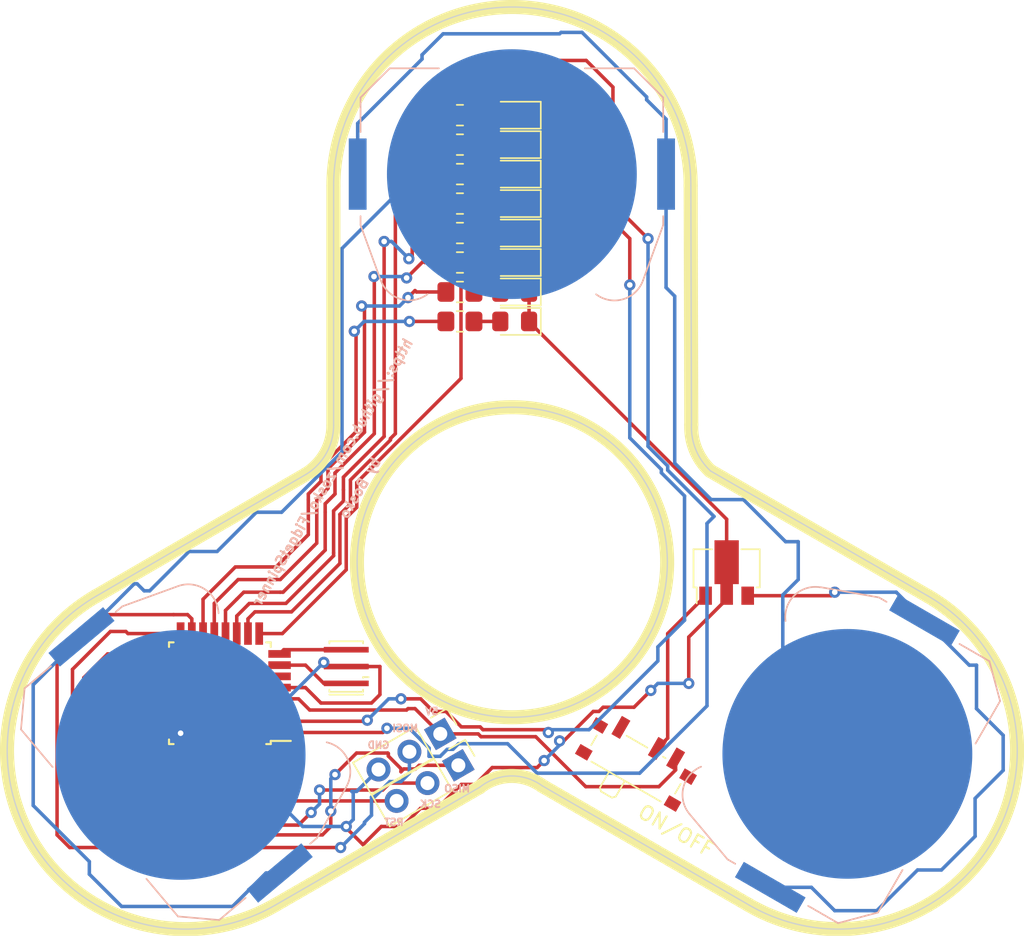
<source format=kicad_pcb>
(kicad_pcb (version 20211014) (generator pcbnew)
  (layers (0 "F.Cu" signal) (31 "B.Cu" signal) (34 "B.Paste" user) (35 "F.Paste" user) (36 "B.SilkS" user "B.Silkscreen") (37 "F.SilkS" user "F.Silkscreen") (38 "B.Mask" user) (39 "F.Mask" user) (44 "Edge.Cuts" user))
  (net 0 "")
  (net 1 "VCC")
  (net 2 "Net-(BT1-Pad2)")
  (net 3 "Net-(BT2-Pad2)")
  (net 4 "GND")
  (net 5 "Net-(D1-Pad2)")
  (net 6 "Net-(D2-Pad2)")
  (net 7 "Net-(D3-Pad2)")
  (net 8 "Net-(D4-Pad2)")
  (net 9 "Net-(D5-Pad2)")
  (net 10 "Net-(D6-Pad2)")
  (net 11 "Net-(D7-Pad2)")
  (net 12 "Net-(D8-Pad2)")
  (net 13 "MISO")
  (net 14 "SCK")
  (net 15 "RESET")
  (net 16 "5V")
  (net 17 "MOSI")
  (net 18 "LED1")
  (net 19 "LED2")
  (net 20 "LED3")
  (net 21 "LED4")
  (net 22 "LED5")
  (net 23 "LED6")
  (net 24 "LED7")
  (net 25 "LED8")
  (net 27 "Net-(SW1-Pad2)")
  (net 28 "XTAL1")
  (net 29 "XTAL2")
  (footprint "Connector_PinHeader_2.54mm:PinHeader_1x03_P2.54mm_Vertical" (layer "F.Cu") (at 154.086714 115.5375 -60)
    (fp_text reference "J1" hide)
    (fp_text value "ICSP" hide)
  )
  (footprint "LED_SMD:LED_0805_2012Metric_Pad1.15x1.40mm_HandSolder" (layer "F.Cu") (at 158.1 77.6 180)
    (fp_text reference "D5" hide)
    (fp_text value "LED" hide)
  )
  (footprint "Package_TO_SOT_SMD:SOT-89-3" (layer "F.Cu") (at 173.2 101.8 90)
    (fp_text reference "U2" hide)
    (fp_text value "L78L05")
  )
  (footprint "LED_SMD:LED_0805_2012Metric_Pad1.15x1.40mm_HandSolder" (layer "F.Cu") (at 158.1 83.9 180)
    (fp_text reference "D8" hide)
    (fp_text value "LED" hide)
  )
  (footprint "Resistor_SMD:R_0805_2012Metric_Pad1.20x1.40mm_HandSolder" (layer "F.Cu") (at 154.2 75.5)
    (fp_text reference "R4" hide)
    (fp_text value "330" hide)
  )
  (footprint "LED_SMD:LED_0805_2012Metric_Pad1.15x1.40mm_HandSolder" (layer "F.Cu") (at 158.1 71.3 180)
    (fp_text reference "D2" hide)
    (fp_text value "LED" hide)
  )
  (footprint "LED_SMD:LED_0805_2012Metric_Pad1.15x1.40mm_HandSolder" (layer "F.Cu") (at 158.1 81.8 180)
    (fp_text reference "D7" hide)
    (fp_text value "LED" hide)
  )
  (footprint "Resistor_SMD:R_0805_2012Metric_Pad1.20x1.40mm_HandSolder" (layer "F.Cu") (at 154.2 73.4)
    (fp_text reference "R3" hide)
    (fp_text value "330" hide)
  )
  (footprint "Resistor_SMD:R_0805_2012Metric_Pad1.20x1.40mm_HandSolder" (layer "F.Cu") (at 154.2 71.3)
    (fp_text reference "R2" hide)
    (fp_text value "330" hide)
  )
  (footprint "Package_QFP:TQFP-32_7x7mm_P0.8mm" (layer "F.Cu") (at 137.1 110.4 180)
    (fp_text reference "U1" hide)
    (fp_text value "ATmega328P-A" hide)
  )
  (footprint "LED_SMD:LED_0805_2012Metric_Pad1.15x1.40mm_HandSolder" (layer "F.Cu") (at 158.1 75.5 180)
    (fp_text reference "D4" hide)
    (fp_text value "LED" hide)
  )
  (footprint "LED_SMD:LED_0805_2012Metric_Pad1.15x1.40mm_HandSolder" (layer "F.Cu") (at 158.1 79.7 180)
    (fp_text reference "D6" hide)
    (fp_text value "LED" hide)
  )
  (footprint "Resistor_SMD:R_0805_2012Metric_Pad1.20x1.40mm_HandSolder" (layer "F.Cu") (at 154.2 81.8)
    (fp_text reference "R7" hide)
    (fp_text value "330" hide)
  )
  (footprint "Resistor_SMD:R_0805_2012Metric_Pad1.20x1.40mm_HandSolder" (layer "F.Cu") (at 154.2 83.9)
    (fp_text reference "R8" hide)
    (fp_text value "330" hide)
  )
  (footprint "LED_SMD:LED_0805_2012Metric_Pad1.15x1.40mm_HandSolder" (layer "F.Cu") (at 158.1 73.4 180)
    (fp_text reference "D3" hide)
    (fp_text value "LED" hide)
  )
  (footprint "LED_SMD:LED_0805_2012Metric_Pad1.15x1.40mm_HandSolder" (layer "F.Cu") (at 158.1 69.2 180)
    (fp_text reference "D1" hide)
    (fp_text value "LED" hide)
  )
  (footprint "Button_Switch_SMD:SW_SPDT_PCM12" (layer "F.Cu") (at 166.9 115.2 -30)
    (fp_text reference "SW1" hide)
    (fp_text value "ON/OFF")
  )
  (footprint "Crystal:Resonator_SMD_Murata_CSTxExxV-3Pin_3.0x1.1mm_HandSoldering" (layer "F.Cu") (at 146.1 108.5 90)
    (fp_text reference "Y1" hide)
    (fp_text value "16Mhz")
  )
  (footprint "Resistor_SMD:R_0805_2012Metric_Pad1.20x1.40mm_HandSolder" (layer "F.Cu") (at 154.2 77.6)
    (fp_text reference "R5" hide)
    (fp_text value "330" hide)
  )
  (footprint "Resistor_SMD:R_0805_2012Metric_Pad1.20x1.40mm_HandSolder" (layer "F.Cu") (at 154.2 79.7)
    (fp_text reference "R6" hide)
    (fp_text value "330" hide)
  )
  (footprint "Resistor_SMD:R_0805_2012Metric_Pad1.20x1.40mm_HandSolder" (layer "F.Cu") (at 154.2 69.2)
    (fp_text reference "R1" hide)
    (fp_text value "330" hide)
  )
  (footprint "Connector_PinHeader_2.54mm:PinHeader_1x03_P2.54mm_Vertical" (layer "F.Cu") (at 152.8 113.3 -60)
    (fp_text reference "J2" hide)
    (fp_text value "ICSP" hide)
  )
  (footprint "Battery:BatteryHolder_Keystone_3034_1x20mm" (layer "B.Cu") (at 134.3 114.8 -50)
    (fp_text reference "BT3" hide)
    (fp_text value "3V" hide)
  )
  (footprint "Battery:BatteryHolder_Keystone_3034_1x20mm" (layer "B.Cu") (at 181.8 114.723756 60)
    (fp_text reference "BT1" hide)
    (fp_text value "3V" hide)
  )
  (footprint "Battery:BatteryHolder_Keystone_3034_1x20mm" (layer "B.Cu") (at 157.9 73.4 180)
    (fp_text reference "BT2" hide)
    (fp_text value "3V" hide)
  )
  (gr_line (start 160.047676 117) (end 174.80275 125.510076) (layer "F.SilkS") (width 1))
  (gr_line (start 141.022179 125.510076) (end 155.6 117.1) (layer "F.SilkS") (width 1))
  (gr_line (start 145.187463 74.214902) (end 145.18599 91.3) (layer "F.SilkS") (width 1))
  (gr_arc (start 172.039095 94.558313) (mid 170.996326 93.054656) (end 170.680436 91.252279) (layer "F.SilkS") (width 1))
  (gr_circle (center 157.912461 101.064901) (end 168.962461 101.064901) (layer "F.SilkS") (width 1) (fill none))
  (gr_arc (start 145.18599 91.3) (mid 144.661619 93.305996) (end 143.223935 94.8) (layer "F.SilkS") (width 1))
  (gr_arc (start 141.022176 125.510074) (mid 123.639503 120.852401) (end 128.297175 103.469727) (layer "F.SilkS") (width 1))
  (gr_arc (start 145.187461 74.214903) (mid 157.912461 61.489903) (end 170.637461 74.214902) (layer "F.SilkS") (width 1))
  (gr_arc (start 155.6 117.1) (mid 157.806962 116.299435) (end 160.047676 117) (layer "F.SilkS") (width 1))
  (gr_line (start 170.680436 91.252279) (end 170.637459 74.214902) (layer "F.SilkS") (width 1))
  (gr_line (start 143.223935 94.8) (end 128.297181 103.469724) (layer "F.SilkS") (width 1))
  (gr_line (start 187.527741 103.469724) (end 172.039095 94.558313) (layer "F.SilkS") (width 1))
  (gr_arc (start 187.527738 103.469726) (mid 192.185412 120.852401) (end 174.802737 125.510073) (layer "F.SilkS") (width 1))
  (gr_arc (start 145.201471 74.214903) (mid 157.926471 61.489902) (end 170.651471 74.214902) (layer "Edge.Cuts") (width 0.1))
  (gr_line (start 141.036189 125.510076) (end 155.61401 117.1) (layer "Edge.Cuts") (width 0.1))
  (gr_line (start 143.237945 94.8) (end 128.311191 103.469724) (layer "Edge.Cuts") (width 0.1))
  (gr_arc (start 155.61401 117.1) (mid 157.820964 116.299069) (end 160.061686 117) (layer "Edge.Cuts") (width 0.1))
  (gr_arc (start 187.541748 103.469726) (mid 192.199422 120.8524) (end 174.816747 125.510073) (layer "Edge.Cuts") (width 0.1))
  (gr_arc (start 172.053105 94.558313) (mid 171.010368 93.054649) (end 170.694446 91.252279) (layer "Edge.Cuts") (width 0.1))
  (gr_arc (start 141.036186 125.510074) (mid 123.653512 120.852401) (end 128.311185 103.469727) (layer "Edge.Cuts") (width 0.1))
  (gr_arc (start 145.2 91.3) (mid 144.676027 93.306219) (end 143.237945 94.8) (layer "Edge.Cuts") (width 0.1))
  (gr_line (start 160.061686 117) (end 174.81676 125.510076) (layer "Edge.Cuts") (width 0.1))
  (gr_line (start 170.694446 91.252279) (end 170.651469 74.214902) (layer "Edge.Cuts") (width 0.1))
  (gr_circle (center 157.926471 101.064901) (end 168.976471 101.064901) (layer "Edge.Cuts") (width 0.1) (fill none))
  (gr_line (start 187.541751 103.469724) (end 172.053105 94.558313) (layer "Edge.Cuts") (width 0.1))
  (gr_line (start 145.201473 74.214902) (end 145.2 91.3) (layer "Edge.Cuts") (width 0.1))
  (gr_text "RST" (at 149.5 119.6) (layer "B.SilkS") (effects (font (size 0.5 0.5) (thickness 0.125)) (justify mirror)))
  (gr_text "MOSI" (at 150.3 112.9) (layer "B.SilkS") (effects (font (size 0.5 0.5) (thickness 0.125)) (justify mirror)))
  (gr_text "GND" (at 148.4 114.1) (layer "B.SilkS") (effects (font (size 0.5 0.5) (thickness 0.125)) (justify mirror)))
  (gr_text "SCK" (at 152.1 118.3) (layer "B.SilkS") (effects (font (size 0.5 0.5) (thickness 0.125)) (justify mirror)))
  (gr_text "MISO" (at 154 117.2) (layer "B.SilkS") (effects (font (size 0.5 0.5) (thickness 0.125)) (justify mirror)))
  (gr_text "https://github.com/zosko/FidgetSpinner\n\nby Bosko" (at 146.1 95.2 60) (layer "B.SilkS") (effects (font (size 0.7 0.7)) (justify mirror)))
  (gr_text "5V" (at 152.2 111.7) (layer "B.SilkS") (effects (font (size 0.5 0.5) (thickness 0.125)) (justify mirror)))
  (segment (start 180.65 103.45) (end 174.7 103.45) (width 0.25) (layer "F.Cu") (net 1))
  (segment (start 180.9 103.2) (end 180.65 103.45) (width 0.25) (layer "F.Cu") (net 1))
  (via (at 180.9 103.2) (size 0.8) (drill 0.4) (layers "F.Cu" "B.Cu") (net 1))
  (segment (start 179.237045 124.237045) (end 180.9 125.9) (width 0.25) (layer "B.Cu") (net 1))
  (segment (start 191 108.4) (end 190.482033 108.4) (width 0.25) (layer "B.Cu") (net 1))
  (segment (start 188.5 123) (end 190.9 120.6) (width 0.25) (layer "B.Cu") (net 1))
  (segment (start 190.482033 108.4) (end 187.2925 105.210467) (width 0.25) (layer "B.Cu") (net 1))
  (segment (start 186.8 123) (end 188.5 123) (width 0.25) (layer "B.Cu") (net 1))
  (segment (start 190.9 117.9) (end 192.9 115.9) (width 0.25) (layer "B.Cu") (net 1))
  (segment (start 190.9 120.6) (end 190.9 117.9) (width 0.25) (layer "B.Cu") (net 1))
  (segment (start 192.9 115.9) (end 192.9 113.4) (width 0.25) (layer "B.Cu") (net 1))
  (segment (start 192.9 113.4) (end 191 111.5) (width 0.25) (layer "B.Cu") (net 1))
  (segment (start 185.282033 103.2) (end 180.9 103.2) (width 0.25) (layer "B.Cu") (net 1))
  (segment (start 187.2925 105.210467) (end 185.282033 103.2) (width 0.25) (layer "B.Cu") (net 1))
  (segment (start 180.9 125.9) (end 183.9 125.9) (width 0.25) (layer "B.Cu") (net 1))
  (segment (start 191 111.5) (end 191 108.4) (width 0.25) (layer "B.Cu") (net 1))
  (segment (start 183.9 125.9) (end 186.8 123) (width 0.25) (layer "B.Cu") (net 1))
  (segment (start 176.3075 124.237045) (end 179.237045 124.237045) (width 0.25) (layer "B.Cu") (net 1))
  (segment (start 151.5 64.9) (end 153 63.4) (width 0.25) (layer "B.Cu") (net 2))
  (segment (start 167.5 67.9) (end 167.5 68.1) (width 0.25) (layer "B.Cu") (net 2))
  (segment (start 178.3 102.3) (end 177.2 103.4) (width 0.25) (layer "B.Cu") (net 2))
  (segment (start 177.2 110.123756) (end 181.8 114.723756) (width 0.25) (layer "B.Cu") (net 2))
  (segment (start 168.885 81.485) (end 169.5 82.1) (width 0.25) (layer "B.Cu") (net 2))
  (segment (start 169.5 94) (end 172.1 96.6) (width 0.25) (layer "B.Cu") (net 2))
  (segment (start 151.5 65.2) (end 151.5 64.9) (width 0.25) (layer "B.Cu") (net 2))
  (segment (start 161.3 63.4) (end 161.4 63.3) (width 0.25) (layer "B.Cu") (net 2))
  (segment (start 146.915 69.785) (end 151.5 65.2) (width 0.25) (layer "B.Cu") (net 2))
  (segment (start 162.9 63.3) (end 167.5 67.9) (width 0.25) (layer "B.Cu") (net 2))
  (segment (start 169.5 82.1) (end 169.5 94) (width 0.25) (layer "B.Cu") (net 2))
  (segment (start 161.4 63.3) (end 162.9 63.3) (width 0.25) (layer "B.Cu") (net 2))
  (segment (start 177.2 103.4) (end 177.2 110.123756) (width 0.25) (layer "B.Cu") (net 2))
  (segment (start 153 63.4) (end 161.3 63.4) (width 0.25) (layer "B.Cu") (net 2))
  (segment (start 172.1 96.6) (end 174.4 96.6) (width 0.25) (layer "B.Cu") (net 2))
  (segment (start 168.885 69.485) (end 168.885 73.4) (width 0.25) (layer "B.Cu") (net 2))
  (segment (start 168.885 73.4) (end 168.885 81.485) (width 0.25) (layer "B.Cu") (net 2))
  (segment (start 177.4 99.6) (end 178.3 99.6) (width 0.25) (layer "B.Cu") (net 2))
  (segment (start 174.4 96.6) (end 177.4 99.6) (width 0.25) (layer "B.Cu") (net 2))
  (segment (start 146.915 73.4) (end 146.915 69.785) (width 0.25) (layer "B.Cu") (net 2))
  (segment (start 167.5 68.1) (end 168.885 69.485) (width 0.25) (layer "B.Cu") (net 2))
  (segment (start 178.3 99.6) (end 178.3 102.3) (width 0.25) (layer "B.Cu") (net 2))
  (segment (start 145.8 93.2) (end 145.8 78.7) (width 0.25) (layer "B.Cu") (net 3))
  (segment (start 138 125.6) (end 140.385002 123.214998) (width 0.25) (layer "B.Cu") (net 3))
  (segment (start 151.1 73.4) (end 157.9 73.4) (width 0.25) (layer "B.Cu") (net 3))
  (segment (start 131.2 102.6) (end 131.7 103.1) (width 0.25) (layer "B.Cu") (net 3))
  (segment (start 130.1 125.6) (end 138 125.6) (width 0.25) (layer "B.Cu") (net 3))
  (segment (start 127.214998 106.385002) (end 123.8 109.8) (width 0.25) (layer "B.Cu") (net 3))
  (segment (start 127.238978 106.385002) (end 127.238978 106.361022) (width 0.25) (layer "B.Cu") (net 3))
  (segment (start 139.7 97.5) (end 141.5 97.5) (width 0.25) (layer "B.Cu") (net 3))
  (segment (start 131.7 103.1) (end 132.1 103.1) (width 0.25) (layer "B.Cu") (net 3))
  (segment (start 136.9 100.3) (end 139.7 97.5) (width 0.25) (layer "B.Cu") (net 3))
  (segment (start 141.5 97.5) (end 145.8 93.2) (width 0.25) (layer "B.Cu") (net 3))
  (segment (start 145.8 78.7) (end 151.1 73.4) (width 0.25) (layer "B.Cu") (net 3))
  (segment (start 140.385002 123.214998) (end 141.361022 123.214998) (width 0.25) (layer "B.Cu") (net 3))
  (segment (start 131 102.6) (end 131.2 102.6) (width 0.25) (layer "B.Cu") (net 3))
  (segment (start 127.8 123.3) (end 130.1 125.6) (width 0.25) (layer "B.Cu") (net 3))
  (segment (start 123.8 109.8) (end 123.8 118.4) (width 0.25) (layer "B.Cu") (net 3))
  (segment (start 127.238978 106.385002) (end 127.214998 106.385002) (width 0.25) (layer "B.Cu") (net 3))
  (segment (start 123.8 118.4) (end 127.8 122.4) (width 0.25) (layer "B.Cu") (net 3))
  (segment (start 132.1 103.1) (end 134.9 100.3) (width 0.25) (layer "B.Cu") (net 3))
  (segment (start 127.8 122.4) (end 127.8 123.3) (width 0.25) (layer "B.Cu") (net 3))
  (segment (start 134.9 100.3) (end 136.9 100.3) (width 0.25) (layer "B.Cu") (net 3))
  (segment (start 127.238978 106.361022) (end 131 102.6) (width 0.25) (layer "B.Cu") (net 3))
  (segment (start 132.85 110.8) (end 138.4 110.8) (width 0.25) (layer "F.Cu") (net 4))
  (segment (start 173.2 103.3625) (end 173.2 98) (width 0.25) (layer "F.Cu") (net 4))
  (segment (start 147.3 121.2) (end 146.1 120) (width 0.25) (layer "F.Cu") (net 4))
  (segment (start 163.7 111.7) (end 161.6 113.8) (width 0.25) (layer "F.Cu") (net 4))
  (segment (start 161.6 113.8) (end 161.3 113.8) (width 0.25) (layer "F.Cu") (net 4))
  (segment (start 137.349502 113.250498) (end 134.3 113.250498) (width 0.25) (layer "F.Cu") (net 4))
  (segment (start 148.5 108.5) (end 148.5 110.5) (width 0.25) (layer "F.Cu") (net 4))
  (segment (start 154.3 116.9) (end 152.6 118.6) (width 0.25) (layer "F.Cu") (net 4))
  (segment (start 159.125 71.3) (end 159.125 73.4) (width 0.25) (layer "F.Cu") (net 4))
  (segment (start 159.125 81.8) (end 159.125 83.9) (width 0.25) (layer "F.Cu") (net 4))
  (segment (start 147.9 111.1) (end 144.3 111.1) (width 0.25) (layer "F.Cu") (net 4))
  (segment (start 151.4 118.6) (end 150.1 119.9) (width 0.25) (layer "F.Cu") (net 4))
  (segment (start 139.1 111.5) (end 137.349502 113.250498) (width 0.25) (layer "F.Cu") (net 4))
  (segment (start 150.1 119.9) (end 148.6 119.9) (width 0.25) (layer "F.Cu") (net 4))
  (segment (start 146.1 120) (end 146.1 119.9) (width 0.25) (layer "F.Cu") (net 4))
  (segment (start 173.2 98) (end 159.125 83.925) (width 0.25) (layer "F.Cu") (net 4))
  (segment (start 159.125 77.6) (end 159.125 79.7) (width 0.25) (layer "F.Cu") (net 4))
  (segment (start 138.4 110.8) (end 139.1 111.5) (width 0.25) (layer "F.Cu") (net 4))
  (segment (start 164.4 111.4) (end 164.1 111.7) (width 0.25) (layer "F.Cu") (net 4))
  (segment (start 159.125 79.7) (end 159.125 81.8) (width 0.25) (layer "F.Cu") (net 4))
  (segment (start 146.1 108.5) (end 148.5 108.5) (width 0.25) (layer "F.Cu") (net 4))
  (segment (start 156.5 115.7) (end 155.3 116.9) (width 0.25) (layer "F.Cu") (net 4))
  (segment (start 144.3 111.1) (end 143.2 110) (width 0.25) (layer "F.Cu") (net 4))
  (segment (start 173.2 103.699022) (end 170.5 106.399022) (width 0.25) (layer "F.Cu") (net 4))
  (segment (start 139.8 111.6) (end 141.35 111.6) (width 0.25) (layer "F.Cu") (net 4))
  (segment (start 143.2 110) (end 141.35 110) (width 0.25) (layer "F.Cu") (net 4))
  (segment (start 160.2 115.2) (end 159.7 115.7) (width 0.25) (layer "F.Cu") (net 4))
  (segment (start 139.1 111.5) (end 139.7 111.5) (width 0.25) (layer "F.Cu") (net 4))
  (segment (start 159.125 69.2) (end 159.125 71.3) (width 0.25) (layer "F.Cu") (net 4))
  (segment (start 148.5 110.5) (end 147.9 111.1) (width 0.25) (layer "F.Cu") (net 4))
  (segment (start 164.1 111.7) (end 163.7 111.7) (width 0.25) (layer "F.Cu") (net 4))
  (segment (start 159.125 75.5) (end 159.125 77.6) (width 0.25) (layer "F.Cu") (net 4))
  (segment (start 166.6 111.4) (end 164.4 111.4) (width 0.25) (layer "F.Cu") (net 4))
  (segment (start 167.8 110.2) (end 166.6 111.4) (width 0.25) (layer "F.Cu") (net 4))
  (segment (start 155.3 116.9) (end 154.3 116.9) (width 0.25) (layer "F.Cu") (net 4))
  (segment (start 159.125 83.925) (end 159.125 83.9) (width 0.25) (layer "F.Cu") (net 4))
  (segment (start 146.1 108.5) (end 144.8 108.5) (width 0.25) (layer "F.Cu") (net 4))
  (segment (start 148.6 119.9) (end 147.3 121.2) (width 0.25) (layer "F.Cu") (net 4))
  (segment (start 139.7 111.5) (end 139.8 111.6) (width 0.25) (layer "F.Cu") (net 4))
  (segment (start 159.7 115.7) (end 156.5 115.7) (width 0.25) (layer "F.Cu") (net 4))
  (segment (start 159.125 73.4) (end 159.125 75.5) (width 0.25) (layer "F.Cu") (net 4))
  (segment (start 152.6 118.6) (end 151.4 118.6) (width 0.25) (layer "F.Cu") (net 4))
  (segment (start 170.5 106.399022) (end 170.5 109.7) (width 0.25) (layer "F.Cu") (net 4))
  (segment (start 173.2 103.3625) (end 173.2 103.699022) (width 0.25) (layer "F.Cu") (net 4))
  (segment (start 144.8 108.5) (end 144.5 108.2) (width 0.25) (layer "F.Cu") (net 4))
  (via (at 134.3 113.250498) (size 0.8) (drill 0.4) (layers "F.Cu" "B.Cu") (net 4))
  (via (at 167.8 110.2) (size 0.8) (drill 0.4) (layers "F.Cu" "B.Cu") (net 4))
  (via (at 170.5 109.7) (size 0.8) (drill 0.4) (layers "F.Cu" "B.Cu") (net 4))
  (via (at 144.5 108.2) (size 0.8) (drill 0.4) (layers "F.Cu" "B.Cu") (net 4))
  (via (at 160.2 115.2) (size 0.8) (drill 0.4) (layers "F.Cu" "B.Cu") (net 4))
  (via (at 146.1 119.9) (size 0.8) (drill 0.4) (layers "F.Cu" "B.Cu") (net 4))
  (via (at 161.3 113.8) (size 0.8) (drill 0.4) (layers "F.Cu" "B.Cu") (net 4))
  (segment (start 170.5 109.7) (end 168.3 109.7) (width 0.25) (layer "B.Cu") (net 4))
  (segment (start 168.3 109.7) (end 167.8 110.2) (width 0.25) (layer "B.Cu") (net 4))
  (segment (start 161.3 113.8) (end 161.3 114.1) (width 0.25) (layer "B.Cu") (net 4))
  (segment (start 161.3 114.1) (end 160.2 115.2) (width 0.25) (layer "B.Cu") (net 4))
  (segment (start 146.5 117.4) (end 146.840591 117.4) (width 0.25) (layer "B.Cu") (net 4))
  (segment (start 146.6 119.4) (end 146.6 117.5) (width 0.25) (layer "B.Cu") (net 4))
  (segment (start 137.9 114.8) (end 143 119.9) (width 0.25) (layer "B.Cu") (net 4))
  (segment (start 144.5 108.2) (end 137.9 114.8) (width 0.25) (layer "B.Cu") (net 4))
  (segment (start 143 119.9) (end 146.1 119.9) (width 0.25) (layer "B.Cu") (net 4))
  (segment (start 146.1 119.9) (end 146.6 119.4) (width 0.25) (layer "B.Cu") (net 4))
  (segment (start 146.840591 117.4) (end 148.400591 115.84) (width 0.25) (layer "B.Cu") (net 4))
  (segment (start 137.9 114.8) (end 134.3 114.8) (width 0.25) (layer "B.Cu") (net 4))
  (segment (start 146.6 117.5) (end 146.5 117.4) (width 0.25) (layer "B.Cu") (net 4))
  (segment (start 157.075 69.2) (end 155.2 69.2) (width 0.25) (layer "F.Cu") (net 5))
  (segment (start 155.2 71.3) (end 157.075 71.3) (width 0.25) (layer "F.Cu") (net 6))
  (segment (start 157.075 73.4) (end 155.2 73.4) (width 0.25) (layer "F.Cu") (net 7))
  (segment (start 157.075 75.5) (end 155.2 75.5) (width 0.25) (layer "F.Cu") (net 8))
  (segment (start 155.2 77.6) (end 157.075 77.6) (width 0.25) (layer "F.Cu") (net 9))
  (segment (start 157.075 79.7) (end 155.2 79.7) (width 0.25) (layer "F.Cu") (net 10))
  (segment (start 155.2 81.8) (end 157.075 81.8) (width 0.25) (layer "F.Cu") (net 11))
  (segment (start 157.075 83.9) (end 155.2 83.9) (width 0.25) (layer "F.Cu") (net 12))
  (segment (start 150.2 115.8) (end 150 116) (width 0.25) (layer "F.Cu") (net 13))
  (segment (start 130.4 106) (end 130.55 106.15) (width 0.25) (layer "F.Cu") (net 13))
  (segment (start 151.293805 115.5375) (end 151.031305 115.8) (width 0.25) (layer "F.Cu") (net 13))
  (segment (start 145 119.9) (end 144.4 120.5) (width 0.25) (layer "F.Cu") (net 13))
  (segment (start 150 115.778399) (end 149.1 114.878399) (width 0.25) (layer "F.Cu") (net 13))
  (segment (start 145 118.802) (end 145 119.9) (width 0.25) (layer "F.Cu") (net 13))
  (segment (start 129.3 106) (end 130.4 106) (width 0.25) (layer "F.Cu") (net 13))
  (segment (start 149.065489 114.665489) (end 146.834511 114.665489) (width 0.25) (layer "F.Cu") (net 13))
  (segment (start 149.1 114.878399) (end 149.1 114.7) (width 0.25) (layer "F.Cu") (net 13))
  (segment (start 149.1 114.7) (end 149.065489 114.665489) (width 0.25) (layer "F.Cu") (net 13))
  (segment (start 126.6 118.2) (end 126.6 108.7) (width 0.25) (layer "F.Cu") (net 13))
  (segment (start 151 115.8) (end 150.2 115.8) (width 0.25) (layer "F.Cu") (net 13))
  (segment (start 126.6 108.7) (end 129.3 106) (width 0.25) (layer "F.Cu") (net 13))
  (segment (start 146.834511 114.665489) (end 145.3 116.2) (width 0.25) (layer "F.Cu") (net 13))
  (segment (start 154.086714 115.5375) (end 151.293805 115.5375) (width 0.25) (layer "F.Cu") (net 13))
  (segment (start 130.55 106.15) (end 134.3 106.15) (width 0.25) (layer "F.Cu") (net 13))
  (segment (start 151.031305 115.8) (end 151 115.8) (width 0.25) (layer "F.Cu") (net 13))
  (segment (start 150 116) (end 150 115.778399) (width 0.25) (layer "F.Cu") (net 13))
  (segment (start 144.4 120.5) (end 128.9 120.5) (width 0.25) (layer "F.Cu") (net 13))
  (segment (start 128.9 120.5) (end 126.6 118.2) (width 0.25) (layer "F.Cu") (net 13))
  (via (at 145 118.802) (size 0.8) (drill 0.4) (layers "F.Cu" "B.Cu") (net 13))
  (via (at 145.3 116.2) (size 0.8) (drill 0.4) (layers "F.Cu" "B.Cu") (net 13))
  (segment (start 145 116.5) (end 145 118.802) (width 0.25) (layer "B.Cu") (net 13))
  (segment (start 145.3 116.2) (end 145 116.5) (width 0.25) (layer "B.Cu") (net 13))
  (segment (start 142.7 119.8) (end 129.3 119.8) (width 0.25) (layer "F.Cu") (net 14))
  (segment (start 127.4 109.3) (end 129.1 107.6) (width 0.25) (layer "F.Cu") (net 14))
  (segment (start 149.1925 116.8075) (end 149 117) (width 0.25) (layer "F.Cu") (net 14))
  (segment (start 143.6 118.9) (end 142.7 119.8) (width 0.25) (layer "F.Cu") (net 14))
  (segment (start 151.887009 116.8075) (end 149.1925 116.8075) (width 0.25) (layer "F.Cu") (net 14))
  (segment (start 149 117) (end 148.7 117.3) (width 0.25) (layer "F.Cu") (net 14))
  (segment (start 129.3 119.8) (end 127.4 117.9) (width 0.25) (layer "F.Cu") (net 14))
  (segment (start 127.4 117.9) (end 127.4 109.3) (width 0.25) (layer "F.Cu") (net 14))
  (segment (start 148.7 117.3) (end 144.2 117.3) (width 0.25) (layer "F.Cu") (net 14))
  (segment (start 129.1 107.6) (end 132.85 107.6) (width 0.25) (layer "F.Cu") (net 14))
  (via (at 143.6 118.9) (size 0.8) (drill 0.4) (layers "F.Cu" "B.Cu") (net 14))
  (via (at 144.2 117.3) (size 0.8) (drill 0.4) (layers "F.Cu" "B.Cu") (net 14))
  (segment (start 144.2 118.3) (end 143.6 118.9) (width 0.25) (layer "B.Cu") (net 14))
  (segment (start 144.2 117.3) (end 144.2 118.3) (width 0.25) (layer "B.Cu") (net 14))
  (segment (start 149.687305 118.0775) (end 138.3775 118.0775) (width 0.25) (layer "F.Cu") (net 15))
  (segment (start 137.5 117.2) (end 137.5 114.65) (width 0.25) (layer "F.Cu") (net 15))
  (segment (start 138.3775 118.0775) (end 137.5 117.2) (width 0.25) (layer "F.Cu") (net 15))
  (segment (start 155.5 113.3) (end 152.8 113.3) (width 0.25) (layer "F.Cu") (net 16))
  (segment (start 169.563557 115.086584) (end 169.563557 115.872319) (width 0.25) (layer "F.Cu") (net 16))
  (segment (start 131.2 109.7) (end 131.5 110) (width 0.25) (layer "F.Cu") (net 16))
  (segment (start 131.2 109) (end 131.2 109.7) (width 0.25) (layer "F.Cu") (net 16))
  (segment (start 155.7 113.5) (end 155.5 113.3) (width 0.25) (layer "F.Cu") (net 16))
  (segment (start 139.6 109.4) (end 139.8 109.2) (width 0.25) (layer "F.Cu") (net 16))
  (segment (start 139.8 109.2) (end 141.35 109.2) (width 0.25) (layer "F.Cu") (net 16))
  (segment (start 139.6 110.8) (end 139.6 110) (width 0.25) (layer "F.Cu") (net 16))
  (segment (start 142.7 110.8) (end 141.35 110.8) (width 0.25) (layer "F.Cu") (net 16))
  (segment (start 141.35 110.8) (end 139.6 110.8) (width 0.25) (layer "F.Cu") (net 16))
  (segment (start 150.5 111.5) (end 150.4 111.6) (width 0.25) (layer "F.Cu") (net 16))
  (segment (start 169.563557 115.872319) (end 168.375567 117.060309) (width 0.25) (layer "F.Cu") (net 16))
  (segment (start 152.8 113.3) (end 151 111.5) (width 0.25) (layer "F.Cu") (net 16))
  (segment (start 132.85 110) (end 139.6 110) (width 0.25) (layer "F.Cu") (net 16))
  (segment (start 159.6 113.5) (end 155.7 113.5) (width 0.25) (layer "F.Cu") (net 16))
  (segment (start 143.5 111.6) (end 142.7 110.8) (width 0.25) (layer "F.Cu") (net 16))
  (segment (start 168.375567 117.060309) (end 163.160309 117.060309) (width 0.25) (layer "F.Cu") (net 16))
  (segment (start 132.85 108.4) (end 131.8 108.4) (width 0.25) (layer "F.Cu") (net 16))
  (segment (start 163.160309 117.060309) (end 159.6 113.5) (width 0.25) (layer "F.Cu") (net 16))
  (segment (start 131.5 110) (end 132.85 110) (width 0.25) (layer "F.Cu") (net 16))
  (segment (start 150.4 111.6) (end 143.5 111.6) (width 0.25) (layer "F.Cu") (net 16))
  (segment (start 151 111.5) (end 150.5 111.5) (width 0.25) (layer "F.Cu") (net 16))
  (segment (start 131.8 108.4) (end 131.2 109) (width 0.25) (layer "F.Cu") (net 16))
  (segment (start 139.6 110) (end 139.6 109.4) (width 0.25) (layer "F.Cu") (net 16))
  (segment (start 135.1 106.15) (end 135.1 105.1) (width 0.25) (layer "F.Cu") (net 17))
  (segment (start 129 104.8) (end 125.5 108.3) (width 0.25) (layer "F.Cu") (net 17))
  (segment (start 126.4 121.4) (end 145.7 121.4) (width 0.25) (layer "F.Cu") (net 17))
  (segment (start 125.5 120.5) (end 125.7 120.7) (width 0.25) (layer "F.Cu") (net 17))
  (segment (start 135.1 105.1) (end 134.8 104.8) (width 0.25) (layer "F.Cu") (net 17))
  (segment (start 133.8 104.8) (end 129 104.8) (width 0.25) (layer "F.Cu") (net 17))
  (segment (start 134.8 104.8) (end 133.8 104.8) (width 0.25) (layer "F.Cu") (net 17))
  (segment (start 125.7 120.7) (end 126.4 121.4) (width 0.25) (layer "F.Cu") (net 17))
  (segment (start 125.5 108.3) (end 125.5 120.5) (width 0.25) (layer "F.Cu") (net 17))
  (via (at 145.7 121.4) (size 0.8) (drill 0.4) (layers "F.Cu" "B.Cu") (net 17))
  (segment (start 147.4 119.7) (end 147.4 119.6) (width 0.25) (layer "B.Cu") (net 17))
  (segment (start 150 116.7) (end 150.600295 116.099705) (width 0.25) (layer "B.Cu") (net 17))
  (segment (start 147.4 119.6) (end 147.9 119.1) (width 0.25) (layer "B.Cu") (net 17))
  (segment (start 148.101601 117.8) (end 149.201601 116.7) (width 0.25) (layer "B.Cu") (net 17))
  (segment (start 147.9 119.1) (end 147.9 117.8) (width 0.25) (layer "B.Cu") (net 17))
  (segment (start 150.600295 116.099705) (end 150.600295 114.57) (width 0.25) (layer "B.Cu") (net 17))
  (segment (start 145.7 121.4) (end 147.4 119.7) (width 0.25) (layer "B.Cu") (net 17))
  (segment (start 147.9 117.8) (end 148.101601 117.8) (width 0.25) (layer "B.Cu") (net 17))
  (segment (start 149.201601 116.7) (end 150 116.7) (width 0.25) (layer "B.Cu") (net 17))
  (segment (start 148.7 113.2) (end 149 112.9) (width 0.25) (layer "F.Cu") (net 18))
  (segment (start 154.8 65.3) (end 153.2 66.9) (width 0.25) (layer "F.Cu") (net 18))
  (segment (start 167.6 78) (end 165.1 75.5) (width 0.25) (layer "F.Cu") (net 18))
  (segment (start 163.2 65.3) (end 154.8 65.3) (width 0.25) (layer "F.Cu") (net 18))
  (segment (start 165.1 75.5) (end 165.1 67.2) (width 0.25) (layer "F.Cu") (net 18))
  (segment (start 165.1 67.2) (end 163.2 65.3) (width 0.25) (layer "F.Cu") (net 18))
  (segment (start 153.2 66.9) (end 153.2 69.2) (width 0.25) (layer "F.Cu") (net 18))
  (segment (start 141.35 113.2) (end 148.7 113.2) (width 0.25) (layer "F.Cu") (net 18))
  (via (at 149 112.9) (size 0.8) (drill 0.4) (layers "F.Cu" "B.Cu") (net 18))
  (via (at 167.6 78) (size 0.8) (drill 0.4) (layers "F.Cu" "B.Cu") (net 18))
  (segment (start 172.3 97.8) (end 169 94.5) (width 0.25) (layer "B.Cu") (net 18))
  (segment (start 152 114.9) (end 152.793028 114.9) (width 0.25) (layer "B.Cu") (net 18))
  (segment (start 153.7 114.4) (end 154.1 114) (width 0.25) (layer "B.Cu") (net 18))
  (segment (start 149 112.9) (end 150.591305 112.9) (width 0.25) (layer "B.Cu") (net 18))
  (segment (start 169 94.5) (end 169 94.2) (width 0.25) (layer "B.Cu") (net 18))
  (segment (start 167.003776 116.1) (end 171.8 111.303776) (width 0.25) (layer "B.Cu") (net 18))
  (segment (start 154.1 114) (end 157.6 114) (width 0.25) (layer "B.Cu") (net 18))
  (segment (start 159.7 116.1) (end 167.003776 116.1) (width 0.25) (layer "B.Cu") (net 18))
  (segment (start 167.6 92.8) (end 167.6 78) (width 0.25) (layer "B.Cu") (net 18))
  (segment (start 152 114.308695) (end 152 114.9) (width 0.25) (layer "B.Cu") (net 18))
  (segment (start 171.8 98.3) (end 172.3 97.8) (width 0.25) (layer "B.Cu") (net 18))
  (segment (start 152.793028 114.9) (end 153.293028 114.4) (width 0.25) (layer "B.Cu") (net 18))
  (segment (start 153.293028 114.4) (end 153.7 114.4) (width 0.25) (layer "B.Cu") (net 18))
  (segment (start 169 94.2) (end 167.6 92.8) (width 0.25) (layer "B.Cu") (net 18))
  (segment (start 171.8 111.303776) (end 171.8 98.3) (width 0.25) (layer "B.Cu") (net 18))
  (segment (start 150.591305 112.9) (end 152 114.308695) (width 0.25) (layer "B.Cu") (net 18))
  (segment (start 157.6 114) (end 159.7 116.1) (width 0.25) (layer "B.Cu") (net 18))
  (segment (start 153.2 71.3) (end 153.4 71.3) (width 0.25) (layer "F.Cu") (net 19))
  (segment (start 154.2 68.3) (end 155.57548 66.92452) (width 0.25) (layer "F.Cu") (net 19))
  (segment (start 156.5 66.5) (end 162.5 66.5) (width 0.25) (layer "F.Cu") (net 19))
  (segment (start 164.1 75.8) (end 166.3 78) (width 0.25) (layer "F.Cu") (net 19))
  (segment (start 151.4 110.8) (end 150 110.8) (width 0.25) (layer "F.Cu") (net 19))
  (segment (start 156.07548 66.92452) (end 156.5 66.5) (width 0.25) (layer "F.Cu") (net 19))
  (segment (start 154.2 70.5) (end 154.2 68.3) (width 0.25) (layer "F.Cu") (net 19))
  (segment (start 160.3 113) (end 155.836396 113) (width 0.25) (layer "F.Cu") (net 19))
  (segment (start 153.2 111.7) (end 152.3 111.7) (width 0.25) (layer "F.Cu") (net 19))
  (segment (start 160.5 113.2) (end 160.3 113) (width 0.25) (layer "F.Cu") (net 19))
  (segment (start 153.4 71.3) (end 154.2 70.5) (width 0.25) (layer "F.Cu") (net 19))
  (segment (start 155.636396 112.8) (end 154.3 112.8) (width 0.25) (layer "F.Cu") (net 19))
  (segment (start 166.3 78) (end 166.3 81.3) (width 0.25) (layer "F.Cu") (net 19))
  (segment (start 164.1 68.1) (end 164.1 75.8) (width 0.25) (layer "F.Cu") (net 19))
  (segment (start 152.3 111.7) (end 151.4 110.8) (width 0.25) (layer "F.Cu") (net 19))
  (segment (start 155.57548 66.92452) (end 156.07548 66.92452) (width 0.25) (layer "F.Cu") (net 19))
  (segment (start 154.3 112.8) (end 153.2 111.7) (width 0.25) (layer "F.Cu") (net 19))
  (segment (start 147.5245 112.4) (end 147.6 112.3245) (width 0.25) (layer "F.Cu") (net 19))
  (segment (start 141.35 112.4) (end 147.5245 112.4) (width 0.25) (layer "F.Cu") (net 19))
  (segment (start 155.836396 113) (end 155.636396 112.8) (width 0.25) (layer "F.Cu") (net 19))
  (segment (start 162.5 66.5) (end 164.1 68.1) (width 0.25) (layer "F.Cu") (net 19))
  (via (at 160.5 113.2) (size 0.8) (drill 0.4) (layers "F.Cu" "B.Cu") (net 19))
  (via (at 147.6 112.3245) (size 0.8) (drill 0.4) (layers "F.Cu" "B.Cu") (net 19))
  (via (at 166.3 81.3) (size 0.8) (drill 0.4) (layers "F.Cu" "B.Cu") (net 19))
  (via (at 150 110.8) (size 0.8) (drill 0.4) (layers "F.Cu" "B.Cu") (net 19))
  (segment (start 168.55 94.686396) (end 168.55 94.45) (width 0.25) (layer "B.Cu") (net 19))
  (segment (start 149.1245 110.8) (end 150 110.8) (width 0.25) (layer "B.Cu") (net 19))
  (segment (start 170.2 105.2) (end 170.2 96.336396) (width 0.25) (layer "B.Cu") (net 19))
  (segment (start 168.3 107.1) (end 170.2 105.2) (width 0.25) (layer "B.Cu") (net 19))
  (segment (start 163.4 113) (end 168.3 108.1) (width 0.25) (layer "B.Cu") (net 19))
  (segment (start 168.3 108.1) (end 168.3 107.1) (width 0.25) (layer "B.Cu") (net 19))
  (segment (start 166.3 92.2) (end 166.3 81.3) (width 0.25) (layer "B.Cu") (net 19))
  (segment (start 147.6 112.3245) (end 149.1245 110.8) (width 0.25) (layer "B.Cu") (net 19))
  (segment (start 160.5 113.2) (end 160.7 113) (width 0.25) (layer "B.Cu") (net 19))
  (segment (start 160.7 113) (end 163.4 113) (width 0.25) (layer "B.Cu") (net 19))
  (segment (start 168.55 94.45) (end 166.3 92.2) (width 0.25) (layer "B.Cu") (net 19))
  (segment (start 170.2 96.336396) (end 168.55 94.686396) (width 0.25) (layer "B.Cu") (net 19))
  (segment (start 154.1 73.4) (end 153.2 73.4) (width 0.25) (layer "F.Cu") (net 20))
  (segment (start 146.1 101.6) (end 146.1 97.9) (width 0.25) (layer "F.Cu") (net 20))
  (segment (start 154.275 87.961396) (end 154.275 73.575) (width 0.25) (layer "F.Cu") (net 20))
  (segment (start 146.85 97.15) (end 146.85 95.386396) (width 0.25) (layer "F.Cu") (net 20))
  (segment (start 139.9 106.15) (end 141.55 106.15) (width 0.25) (layer "F.Cu") (net 20))
  (segment (start 154.275 73.575) (end 154.1 73.4) (width 0.25) (layer "F.Cu") (net 20))
  (segment (start 146.85 95.386396) (end 154.275 87.961396) (width 0.25) (layer "F.Cu") (net 20))
  (segment (start 141.55 106.15) (end 146.1 101.6) (width 0.25) (layer "F.Cu") (net 20))
  (segment (start 146.1 97.9) (end 146.85 97.15) (width 0.25) (layer "F.Cu") (net 20))
  (segment (start 149.25 92.25) (end 149.6 91.9) (width 0.25) (layer "F.Cu") (net 21))
  (segment (start 149.25 92.35) (end 149.25 92.25) (width 0.25) (layer "F.Cu") (net 21))
  (segment (start 146.4 96.9) (end 146.4 95.2) (width 0.25) (layer "F.Cu") (net 21))
  (segment (start 145.65 97.65) (end 146.4 96.9) (width 0.25) (layer "F.Cu") (net 21))
  (segment (start 142.2 104.6) (end 145.65 101.15) (width 0.25) (layer "F.Cu") (net 21))
  (segment (start 149.8 75.4) (end 153.1 75.4) (width 0.25) (layer "F.Cu") (net 21))
  (segment (start 149.6 75.6) (end 149.8 75.4) (width 0.25) (layer "F.Cu") (net 21))
  (segment (start 139.6 104.6) (end 142.2 104.6) (width 0.25) (layer "F.Cu") (net 21))
  (segment (start 145.65 101.15) (end 145.65 97.65) (width 0.25) (layer "F.Cu") (net 21))
  (segment (start 139.1 105.1) (end 139.6 104.6) (width 0.25) (layer "F.Cu") (net 21))
  (segment (start 146.4 95.2) (end 149.25 92.35) (width 0.25) (layer "F.Cu") (net 21))
  (segment (start 139.1 106.15) (end 139.1 105.1) (width 0.25) (layer "F.Cu") (net 21))
  (segment (start 153.1 75.4) (end 153.2 75.5) (width 0.25) (layer "F.Cu") (net 21))
  (segment (start 149.6 91.9) (end 149.6 75.6) (width 0.25) (layer "F.Cu") (net 21))
  (segment (start 145.4 97.2) (end 145.9 96.7) (width 0.25) (layer "F.Cu") (net 22))
  (segment (start 145.9 95) (end 146.6 94.3) (width 0.25) (layer "F.Cu") (net 22))
  (segment (start 139.2 104) (end 141.8 104) (width 0.25) (layer "F.Cu") (net 22))
  (segment (start 145.9 96.7) (end 145.9 95.9) (width 0.25) (layer "F.Cu") (net 22))
  (segment (start 138.3 106.15) (end 138.3 104.9) (width 0.25) (layer "F.Cu") (net 22))
  (segment (start 145.2 97.4) (end 145.4 97.2) (width 0.25) (layer "F.Cu") (net 22))
  (segment (start 139.1 104.1) (end 139.2 104) (width 0.25) (layer "F.Cu") (net 22))
  (segment (start 145.2 100.6) (end 145.2 100.4) (width 0.25) (layer "F.Cu") (net 22))
  (segment (start 145.2 100.4) (end 145.2 97.4) (width 0.25) (layer "F.Cu") (net 22))
  (segment (start 148.8 92.1) (end 148.8 78.2) (width 0.25) (layer "F.Cu") (net 22))
  (segment (start 150.8 79.190637) (end 150.8 77.3) (width 0.25) (layer "F.Cu") (net 22))
  (segment (start 152.9 77.3) (end 150.8 77.3) (width 0.25) (layer "F.Cu") (net 22))
  (segment (start 150.560136 79.430501) (end 150.8 79.190637) (width 0.25) (layer "F.Cu") (net 22))
  (segment (start 138.3 104.9) (end 139.1 104.1) (width 0.25) (layer "F.Cu") (net 22))
  (segment (start 153.2 77.6) (end 152.9 77.3) (width 0.25) (layer "F.Cu") (net 22))
  (segment (start 145.9 95.9) (end 145.9 95) (width 0.25) (layer "F.Cu") (net 22))
  (segment (start 146.6 94.3) (end 148.8 92.1) (width 0.25) (layer "F.Cu") (net 22))
  (segment (start 141.8 104) (end 145.2 100.6) (width 0.25) (layer "F.Cu") (net 22))
  (via (at 148.8 78.2) (size 0.8) (drill 0.4) (layers "F.Cu" "B.Cu") (net 22))
  (via (at 150.560136 79.430501) (size 0.8) (drill 0.4) (layers "F.Cu" "B.Cu") (net 22))
  (segment (start 149.329635 78.2) (end 150.560136 79.430501) (width 0.25) (layer "B.Cu") (net 22))
  (segment (start 148.8 78.2) (end 149.329635 78.2) (width 0.25) (layer "B.Cu") (net 22))
  (segment (start 151.7 79.7) (end 151.6 79.6) (width 0.25) (layer "F.Cu") (net 23))
  (segment (start 148.1 80.7245) (end 148.0755 80.7) (width 0.25) (layer "F.Cu") (net 23))
  (segment (start 144.6 96.9) (end 145.2 96.3) (width 0.25) (layer "F.Cu") (net 23))
  (segment (start 144.4 100.4) (end 144.6 100.2) (width 0.25) (layer "F.Cu") (net 23))
  (segment (start 148.1 91.9) (end 148.1 80.7245) (width 0.25) (layer "F.Cu") (net 23))
  (segment (start 138.3 103.7) (end 138.8 103.2) (width 0.25) (layer "F.Cu") (net 23))
  (segment (start 137.5 106.15) (end 137.5 104.5) (width 0.25) (layer "F.Cu") (net 23))
  (segment (start 145.3 96.2) (end 145.3 94.9) (width 0.25) (layer "F.Cu") (net 23))
  (segment (start 145.3 94.9) (end 145.3 94.7) (width 0.25) (layer "F.Cu") (net 23))
  (segment (start 141.4 103.2) (end 141.6 103.2) (width 0.25) (layer "F.Cu") (net 23))
  (segment (start 145.3 94.7) (end 148.1 91.9) (width 0.25) (layer "F.Cu") (net 23))
  (segment (start 141.6 103.2) (end 144.4 100.4) (width 0.25) (layer "F.Cu") (net 23))
  (segment (start 153.2 79.7) (end 151.7 79.7) (width 0.25) (layer "F.Cu") (net 23))
  (segment (start 145.2 96.3) (end 145.3 96.2) (width 0.25) (layer "F.Cu") (net 23))
  (segment (start 144.6 100.2) (end 144.6 97.5) (width 0.25) (layer "F.Cu") (net 23))
  (segment (start 150.4 80.8) (end 151.6 79.6) (width 0.25) (layer "F.Cu") (net 23))
  (segment (start 144.6 97.5) (end 144.6 96.9) (width 0.25) (layer "F.Cu") (net 23))
  (segment (start 138.8 103.2) (end 141.4 103.2) (width 0.25) (layer "F.Cu") (net 23))
  (segment (start 137.5 104.5) (end 138.3 103.7) (width 0.25) (layer "F.Cu") (net 23))
  (via (at 148.0755 80.7) (size 0.8) (drill 0.4) (layers "F.Cu" "B.Cu") (net 23))
  (via (at 150.4 80.8) (size 0.8) (drill 0.4) (layers "F.Cu" "B.Cu") (net 23))
  (segment (start 150.3 80.7) (end 150.4 80.8) (width 0.25) (layer "B.Cu") (net 23))
  (segment (start 148.0755 80.7) (end 150.3 80.7) (width 0.25) (layer "B.Cu") (net 23))
  (segment (start 136.7 106.15) (end 136.7 104) (width 0.25) (layer "F.Cu") (net 24))
  (segment (start 136.7 104) (end 137.9 102.8) (width 0.25) (layer "F.Cu") (net 24))
  (segment (start 144 96.6) (end 144.7 95.9) (width 0.25) (layer "F.Cu") (net 24))
  (segment (start 144.8 94.4) (end 147.4 91.8) (width 0.25) (layer "F.Cu") (net 24))
  (segment (start 144 96.7) (end 144 96.6) (width 0.25) (layer "F.Cu") (net 24))
  (segment (start 153.2 81.8) (end 151.1 81.8) (width 0.25) (layer "F.Cu") (net 24))
  (segment (start 144 99.7) (end 144 96.7) (width 0.25) (layer "F.Cu") (net 24))
  (segment (start 147.4 83) (end 147.2 82.8) (width 0.25) (layer "F.Cu") (net 24))
  (segment (start 141.1 102.3) (end 141.4 102.3) (width 0.25) (layer "F.Cu") (net 24))
  (segment (start 144.8 94.6) (end 144.8 94.4) (width 0.25) (layer "F.Cu") (net 24))
  (segment (start 147.4 91.8) (end 147.4 83) (width 0.25) (layer "F.Cu") (net 24))
  (segment (start 151.1 81.8) (end 151 81.7) (width 0.25) (layer "F.Cu") (net 24))
  (segment (start 144.8 95.8) (end 144.8 94.6) (width 0.25) (layer "F.Cu") (net 24))
  (segment (start 141.4 102.3) (end 143.8 99.9) (width 0.25) (layer "F.Cu") (net 24))
  (segment (start 144.7 95.9) (end 144.8 95.8) (width 0.25) (layer "F.Cu") (net 24))
  (segment (start 143.8 99.9) (end 144 99.7) (width 0.25) (layer "F.Cu") (net 24))
  (segment (start 138.4 102.3) (end 141.1 102.3) (width 0.25) (layer "F.Cu") (net 24))
  (segment (start 150.5 82.2) (end 151 81.7) (width 0.25) (layer "F.Cu") (net 24))
  (segment (start 137.9 102.8) (end 138.4 102.3) (width 0.25) (layer "F.Cu") (net 24))
  (via (at 150.5 82.2) (size 0.8) (drill 0.4) (layers "F.Cu" "B.Cu") (net 24))
  (via (at 147.2 82.8) (size 0.8) (drill 0.4) (layers "F.Cu" "B.Cu") (net 24))
  (segment (start 147.2 82.8) (end 149.9 82.8) (width 0.25) (layer "B.Cu") (net 24))
  (segment (start 149.9 82.8) (end 150.5 82.2) (width 0.25) (layer "B.Cu") (net 24))
  (segment (start 146.8 91.3) (end 146.8 84.7245) (width 0.25) (layer "F.Cu") (net 25))
  (segment (start 153.2 83.9) (end 150.6 83.9) (width 0.25) (layer "F.Cu") (net 25))
  (segment (start 144.3 95.3) (end 144.3 94.4) (width 0.25) (layer "F.Cu") (net 25))
  (segment (start 135.9 106.15) (end 135.9 103.7) (width 0.25) (layer "F.Cu") (net 25))
  (segment (start 143.3 99.2) (end 143.4 99.1) (width 0.25) (layer "F.Cu") (net 25))
  (segment (start 143.4 96.6) (end 143.4 96.2) (width 0.25) (layer "F.Cu") (net 25))
  (segment (start 146.8 84.7245) (end 146.6755 84.6) (width 0.25) (layer "F.Cu") (net 25))
  (segment (start 143.4 96.2) (end 144.2 95.4) (width 0.25) (layer "F.Cu") (net 25))
  (segment (start 144.2 95.4) (end 144.3 95.3) (width 0.25) (layer "F.Cu") (net 25))
  (segment (start 136.3 103.3) (end 138.2 101.4) (width 0.25) (layer "F.Cu") (net 25))
  (segment (start 143.4 99.1) (end 143.4 96.6) (width 0.25) (layer "F.Cu") (net 25))
  (segment (start 144.3 94.264283) (end 145.082141 93.482141) (width 0.25) (layer "F.Cu") (net 25))
  (segment (start 145.082141 93.482141) (end 146.8 91.764282) (width 0.25) (layer "F.Cu") (net 25))
  (segment (start 140.7 101.4) (end 141.1 101.4) (width 0.25) (layer "F.Cu") (net 25))
  (segment (start 141.1 101.4) (end 143.3 99.2) (width 0.25) (layer "F.Cu") (net 25))
  (segment (start 138.2 101.4) (end 140.7 101.4) (width 0.25) (layer "F.Cu") (net 25))
  (segment (start 135.9 103.7) (end 136.3 103.3) (width 0.25) (layer "F.Cu") (net 25))
  (segment (start 144.3 94.4) (end 144.3 94.264283) (width 0.25) (layer "F.Cu") (net 25))
  (segment (start 146.8 91.764282) (end 146.8 91.3) (width 0.25) (layer "F.Cu") (net 25))
  (via (at 146.6755 84.6) (size 0.8) (drill 0.4) (layers "F.Cu" "B.Cu") (net 25))
  (via (at 150.6 83.9) (size 0.8) (drill 0.4) (layers "F.Cu" "B.Cu") (net 25))
  (segment (start 146.6755 84.6) (end 147.3755 83.9) (width 0.25) (layer "B.Cu") (net 25))
  (segment (start 147.3755 83.9) (end 150.6 83.9) (width 0.25) (layer "B.Cu") (net 25))
  (segment (start 168.264519 114.336584) (end 169 113.601103) (width 0.25) (layer "F.Cu") (net 27))
  (segment (start 169 106.15) (end 171.7 103.45) (width 0.25) (layer "F.Cu") (net 27))
  (segment (start 169 113.601103) (end 169 106.15) (width 0.25) (layer "F.Cu") (net 27))
  (segment (start 143.2 108.4) (end 141.35 108.4) (width 0.25) (layer "F.Cu") (net 28))
  (segment (start 144.5 109.7) (end 143.2 108.4) (width 0.25) (layer "F.Cu") (net 28))
  (segment (start 146.1 109.7) (end 144.5 109.7) (width 0.25) (layer "F.Cu") (net 28))
  (segment (start 146.1 107.3) (end 141.65 107.3) (width 0.25) (layer "F.Cu") (net 29))
  (segment (start 141.65 107.3) (end 141.35 107.6) (width 0.25) (layer "F.Cu") (net 29))
)
</source>
